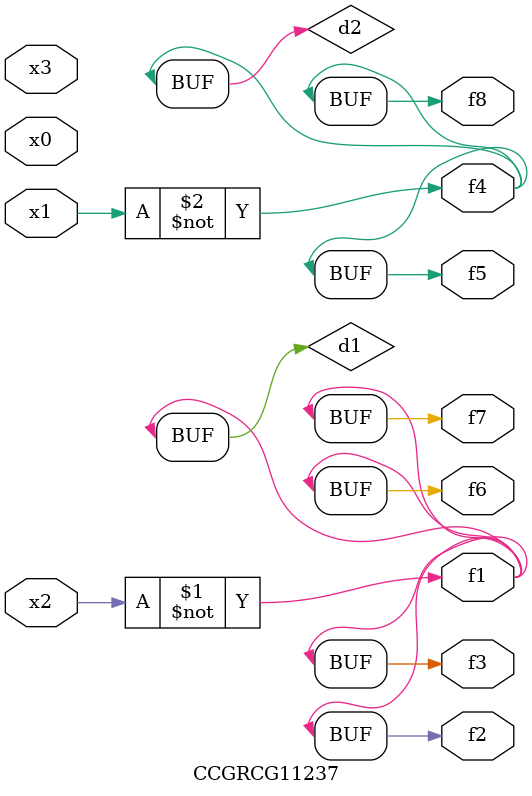
<source format=v>
module CCGRCG11237(
	input x0, x1, x2, x3,
	output f1, f2, f3, f4, f5, f6, f7, f8
);

	wire d1, d2;

	xnor (d1, x2);
	not (d2, x1);
	assign f1 = d1;
	assign f2 = d1;
	assign f3 = d1;
	assign f4 = d2;
	assign f5 = d2;
	assign f6 = d1;
	assign f7 = d1;
	assign f8 = d2;
endmodule

</source>
